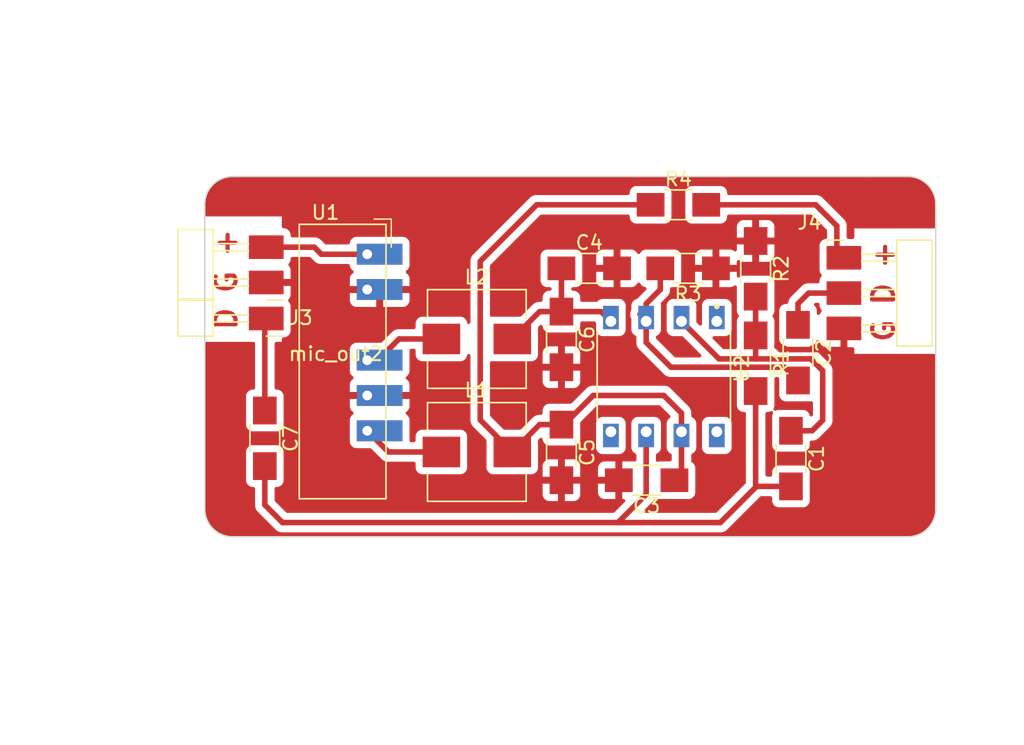
<source format=kicad_pcb>
(kicad_pcb (version 20221018) (generator pcbnew)
  (layers (0 "F.Cu" signal) (31 "B.Cu" signal) (34 "B.Paste" user) (35 "F.Paste" user) (36 "B.SilkS" user "B.Silkscreen") (37 "F.SilkS" user "F.Silkscreen") (38 "B.Mask" user) (39 "F.Mask" user) (44 "Edge.Cuts" user))
  (net 0 "")
  (net 1 "GND")
  (net 2 "-5V")
  (net 3 "+5V")
  (net 4 "USB+")
  (net 5 "OUT")
  (net 6 "IN")
  (net 7 "Net-(U2--)")
  (net 8 "Net-(U2-+)")
  (net 12 "Net-(U1-VOUT+)")
  (net 13 "Net-(U1-VOUT-)")
  (net 14 "Net-(C1-Pad2)")
  (net 15 "Net-(J4-Pin_1)")
  (footprint "fab:R_1206" (layer "F.Cu") (at 157.702 91.186 180)
    (fp_text reference "R3" (at 0 -1.85) (layer "F.SilkS"))
    (fp_text value "10k")
    (fp_line (start -1 -1.07) (end 1 -1.07) (stroke (width 0.12)) (layer "F.SilkS"))
    (fp_line (start 1 1.07) (end -1 1.07) (stroke (width 0.12)) (layer "F.SilkS"))
    (pad "1" smd rect (at -2 0 180) (size 2 1.7) (layers "F.Cu" "F.Paste" "F.Mask") (net 1 "GND"))
    (pad "2" smd rect (at 2 0 180) (size 2 1.7) (layers "F.Cu" "F.Paste" "F.Mask") (net 8 "Net-(U2-+)"))
  )
  (footprint "Inductor_SMD:L_Wuerth_HCI-7030" (layer "F.Cu") (at 142.504 96.266)
    (fp_text reference "L2" (at 0 -4.45) (layer "F.SilkS"))
    (fp_text value "22uH")
    (fp_line (start -3.55 -3.55) (end 3.55 -3.55) (stroke (width 0.12)) (layer "F.SilkS"))
    (fp_line (start -3.55 -1.5) (end -3.55 -3.55) (stroke (width 0.12)) (layer "F.SilkS"))
    (fp_line (start -3.55 1.5) (end -3.55 3.55) (stroke (width 0.12)) (layer "F.SilkS"))
    (fp_line (start -3.55 3.55) (end 3.55 3.55) (stroke (width 0.12)) (layer "F.SilkS"))
    (fp_line (start 3.55 -3.55) (end 3.55 -1.5) (stroke (width 0.12)) (layer "F.SilkS"))
    (fp_line (start 3.55 3.55) (end 3.55 1.5) (stroke (width 0.12)) (layer "F.SilkS"))
    (pad "1" smd rect (at -2.55 0) (size 2.7 2.2) (layers "F.Cu" "F.Paste" "F.Mask") (net 13 "Net-(U1-VOUT-)"))
    (pad "2" smd rect (at 2.55 0) (size 2.7 2.2) (layers "F.Cu" "F.Paste" "F.Mask") (net 2 "-5V"))
  )
  (footprint "fab:C_1206" (layer "F.Cu") (at 165.1 104.87 -90)
    (fp_text reference "C1" (at 0 -1.85 90) (layer "F.SilkS"))
    (fp_text value "lowpass")
    (fp_line (start -1 -1.07) (end 1 -1.07) (stroke (width 0.12)) (layer "F.SilkS"))
    (fp_line (start 1 1.07) (end -1 1.07) (stroke (width 0.12)) (layer "F.SilkS"))
    (pad "1" smd rect (at -2 0 270) (size 2 1.7) (layers "F.Cu" "F.Paste" "F.Mask") (net 7 "Net-(U2--)"))
    (pad "2" smd rect (at 2 0 270) (size 2 1.7) (layers "F.Cu" "F.Paste" "F.Mask") (net 14 "Net-(C1-Pad2)"))
  )
  (footprint "opamp:DIP794W45P254L959H508Q8" (layer "F.Cu") (at 155.956 98.966 -90)
    (fp_text reference "U2" (at -0.565 -5.607 90) (layer "F.SilkS"))
    (fp_text value "NE5534")
    (fp_line (start -3.175 -4.795) (end 3.175 -4.795) (stroke (width 0.127)) (layer "F.SilkS"))
    (fp_line (start -3.175 4.795) (end 3.175 4.795) (stroke (width 0.127)) (layer "F.SilkS"))
    (fp_circle (center -5.035 -3.81) (end -4.935 -3.81) (stroke (width 0.2)) (fill none) (layer "F.SilkS"))
    (pad "1" thru_hole rect (at -3.97 -3.81 270) (size 1.675 1.13) (drill 0.78 (offset -0.2725 0)) (layers "*.Cu" "*.Mask"))
    (pad "2" thru_hole rect (at -3.97 -1.27 270) (size 1.675 1.13) (drill 0.78 (offset -0.2725 0)) (layers "*.Cu" "*.Mask") (net 7 "Net-(U2--)"))
    (pad "3" thru_hole rect (at -3.97 1.27 270) (size 1.675 1.13) (drill 0.78 (offset -0.2725 0)) (layers "*.Cu" "*.Mask") (net 8 "Net-(U2-+)"))
    (pad "4" thru_hole rect (at -3.97 3.81 270) (size 1.675 1.13) (drill 0.78 (offset -0.2725 0)) (layers "*.Cu" "*.Mask") (net 2 "-5V"))
    (pad "5" thru_hole rect (at 3.97 3.81 270) (size 1.675 1.13) (drill 0.78 (offset 0.2725 0)) (layers "*.Cu" "*.Mask"))
    (pad "6" thru_hole rect (at 3.97 1.27 270) (size 1.675 1.13) (drill 0.78 (offset 0.2725 0)) (layers "*.Cu" "*.Mask") (net 14 "Net-(C1-Pad2)"))
    (pad "7" thru_hole rect (at 3.97 -1.27 270) (size 1.675 1.13) (drill oval 0.78 (offset 0.2725 0)) (layers "*.Cu" "*.Mask") (net 3 "+5V"))
    (pad "8" thru_hole rect (at 3.97 -3.81 270) (size 1.675 1.13) (drill 0.78 (offset 0.2725 0)) (layers "*.Cu" "*.Mask"))
  )
  (footprint "fab:C_1206" (layer "F.Cu") (at 148.59 104.426 -90)
    (fp_text reference "C5" (at 0 -1.85 90) (layer "F.SilkS"))
    (fp_text value "2.2uF")
    (fp_line (start -1 -1.07) (end 1 -1.07) (stroke (width 0.12)) (layer "F.SilkS"))
    (fp_line (start 1 1.07) (end -1 1.07) (stroke (width 0.12)) (layer "F.SilkS"))
    (pad "1" smd rect (at -2 0 270) (size 2 1.7) (layers "F.Cu" "F.Paste" "F.Mask") (net 3 "+5V"))
    (pad "2" smd rect (at 2 0 270) (size 2 1.7) (layers "F.Cu" "F.Paste" "F.Mask") (net 1 "GND"))
  )
  (footprint "fab:R_1206" (layer "F.Cu") (at 162.56 98.012 -90)
    (fp_text reference "R1" (at 0 -1.85 90) (layer "F.SilkS"))
    (fp_text value "6.8k")
    (fp_line (start -1 -1.07) (end 1 -1.07) (stroke (width 0.12)) (layer "F.SilkS"))
    (fp_line (start 1 1.07) (end -1 1.07) (stroke (width 0.12)) (layer "F.SilkS"))
    (pad "1" smd rect (at -2 0 270) (size 2 1.7) (layers "F.Cu" "F.Paste" "F.Mask") (net 7 "Net-(U2--)"))
    (pad "2" smd rect (at 2 0 270) (size 2 1.7) (layers "F.Cu" "F.Paste" "F.Mask") (net 14 "Net-(C1-Pad2)"))
  )
  (footprint "fab:C_1206" (layer "F.Cu") (at 150.59 91.186)
    (fp_text reference "C4" (at 0 -1.85) (layer "F.SilkS"))
    (fp_text value "0.1uF")
    (fp_line (start -1 -1.07) (end 1 -1.07) (stroke (width 0.12)) (layer "F.SilkS"))
    (fp_line (start 1 1.07) (end -1 1.07) (stroke (width 0.12)) (layer "F.SilkS"))
    (pad "1" smd rect (at -2 0) (size 2 1.7) (layers "F.Cu" "F.Paste" "F.Mask") (net 2 "-5V"))
    (pad "2" smd rect (at 2 0) (size 2 1.7) (layers "F.Cu" "F.Paste" "F.Mask") (net 1 "GND"))
  )
  (footprint "fab:R_1206" (layer "F.Cu") (at 162.56 91.218 -90)
    (fp_text reference "R2" (at 0 -1.85 90) (layer "F.SilkS"))
    (fp_text value "1k")
    (fp_line (start -1 -1.07) (end 1 -1.07) (stroke (width 0.12)) (layer "F.SilkS"))
    (fp_line (start 1 1.07) (end -1 1.07) (stroke (width 0.12)) (layer "F.SilkS"))
    (pad "1" smd rect (at -2 0 270) (size 2 1.7) (layers "F.Cu" "F.Paste" "F.Mask") (net 1 "GND"))
    (pad "2" smd rect (at 2 0 270) (size 2 1.7) (layers "F.Cu" "F.Paste" "F.Mask") (net 7 "Net-(U2--)"))
  )
  (footprint "fab:PinHeader_1x02_P2.54mm_Horizontal_SMD" (layer "F.Cu") (at 127.3556 92.202 180)
    (fp_text reference "J3" (at -1.524 -2.54) (layer "F.SilkS") (effects (justify left)))
    (fp_text value "5V input")
    (fp_line (start -1.27 -1.27) (end 0 -1.27) (stroke (width 0.12)) (layer "F.SilkS"))
    (fp_line (start 3.81 -1.27) (end 6.35 -1.27) (stroke (width 0.12)) (layer "F.SilkS"))
    (fp_line (start 3.81 -0.254) (end 1.27 -0.254) (stroke (width 0.12)) (layer "F.SilkS"))
    (fp_line (start 3.81 0.254) (end 1.27 0.254) (stroke (width 0.12)) (layer "F.SilkS"))
    (fp_line (start 3.81 2.286) (end 1.27 2.286) (stroke (width 0.12)) (layer "F.SilkS"))
    (fp_line (start 3.81 2.794) (end 1.27 2.794) (stroke (width 0.12)) (layer "F.SilkS"))
    (fp_line (start 3.81 3.81) (end 3.81 -1.27) (stroke (width 0.12)) (layer "F.SilkS"))
    (fp_line (start 6.35 -1.27) (end 6.35 3.81) (stroke (width 0.12)) (layer "F.SilkS"))
    (fp_line (start 6.35 3.81) (end 3.81 3.81) (stroke (width 0.12)) (layer "F.SilkS"))
    (pad "1" smd rect (at 0 0 180) (size 2.5 1.7) (layers "F.Cu" "F.Paste" "F.Mask") (net 1 "GND"))
    (pad "2" smd rect (at 0 2.54 180) (size 2.5 1.7) (layers "F.Cu" "F.Paste" "F.Mask") (net 4 "USB+"))
  )
  (footprint "fab:C_1206" (layer "F.Cu") (at 127.254 103.41 -90)
    (fp_text reference "C7" (at 0 -1.85 90) (layer "F.SilkS"))
    (fp_text value "100uF")
    (fp_line (start -1 -1.07) (end 1 -1.07) (stroke (width 0.12)) (layer "F.SilkS"))
    (fp_line (start 1 1.07) (end -1 1.07) (stroke (width 0.12)) (layer "F.SilkS"))
    (pad "1" smd rect (at -2 0 270) (size 2 1.7) (layers "F.Cu" "F.Paste" "F.Mask") (net 5 "OUT"))
    (pad "2" smd rect (at 2 0 270) (size 2 1.7) (layers "F.Cu" "F.Paste" "F.Mask") (net 14 "Net-(C1-Pad2)"))
  )
  (footprint "fab:C_1206" (layer "F.Cu") (at 165.608 97.25 -90)
    (fp_text reference "C2" (at 0 -1.85 90) (layer "F.SilkS"))
    (fp_text value "100uF")
    (fp_line (start -1 -1.07) (end 1 -1.07) (stroke (width 0.12)) (layer "F.SilkS"))
    (fp_line (start 1 1.07) (end -1 1.07) (stroke (width 0.12)) (layer "F.SilkS"))
    (pad "1" smd rect (at -2 0 270) (size 2 1.7) (layers "F.Cu" "F.Paste" "F.Mask") (net 6 "IN"))
    (pad "2" smd rect (at 2 0 270) (size 2 1.7) (layers "F.Cu" "F.Paste" "F.Mask") (net 8 "Net-(U2-+)"))
  )
  (footprint "fab:PinHeader_1x03_P2.54mm_Horizontal_SMD" (layer "F.Cu") (at 168.91 90.424)
    (fp_text reference "J4" (at -1.524 -2.54) (layer "F.SilkS") (effects (justify right)))
    (fp_text value "Microphone connector")
    (fp_line (start -1.27 -1.27) (end 0 -1.27) (stroke (width 0.12)) (layer "F.SilkS"))
    (fp_line (start 3.81 -1.27) (end 6.35 -1.27) (stroke (width 0.12)) (layer "F.SilkS"))
    (fp_line (start 3.81 -0.254) (end 1.27 -0.254) (stroke (width 0.12)) (layer "F.SilkS"))
    (fp_line (start 3.81 0.254) (end 1.27 0.254) (stroke (width 0.12)) (layer "F.SilkS"))
    (fp_line (start 3.81 2.286) (end 1.27 2.286) (stroke (width 0.12)) (layer "F.SilkS"))
    (fp_line (start 3.81 2.794) (end 1.27 2.794) (stroke (width 0.12)) (layer "F.SilkS"))
    (fp_line (start 3.81 4.826) (end 1.27 4.826) (stroke (width 0.12)) (layer "F.SilkS"))
    (fp_line (start 3.81 5.334) (end 1.27 5.334) (stroke (width 0.12)) (layer "F.SilkS"))
    (fp_line (start 3.81 6.35) (end 3.81 -1.27) (stroke (width 0.12)) (layer "F.SilkS"))
    (fp_line (start 6.35 -1.27) (end 6.35 6.35) (stroke (width 0.12)) (layer "F.SilkS"))
    (fp_line (start 6.35 6.35) (end 3.81 6.35) (stroke (width 0.12)) (layer "F.SilkS"))
    (pad "1" smd rect (at 0 0) (size 2.5 1.7) (layers "F.Cu" "F.Paste" "F.Mask") (net 15 "Net-(J4-Pin_1)"))
    (pad "2" smd rect (at 0 2.54) (size 2.5 1.7) (layers "F.Cu" "F.Paste" "F.Mask") (net 6 "IN"))
    (pad "3" smd rect (at 0 5.08) (size 2.5 1.7) (layers "F.Cu" "F.Paste" "F.Mask") (net 1 "GND"))
  )
  (footprint "Converter_DCDC:Converter_DCDC_Murata_NMAxxxxSC_THT" (layer "F.Cu") (at 134.62 90.17)
    (fp_text reference "U1" (at -3 -3) (layer "F.SilkS"))
    (fp_text value "NMA0505SC")
    (fp_line (start -4.89 -2.15) (end -4.89 17.59) (stroke (width 0.12)) (layer "F.SilkS"))
    (fp_line (start -4.89 17.59) (end 1.33 17.59) (stroke (width 0.12)) (layer "F.SilkS"))
    (fp_line (start 1.35 -2.15) (end -4.89 -2.15) (stroke (width 0.12)) (layer "F.SilkS"))
    (fp_line (start 1.35 17.59) (end 1.35 -2.15) (stroke (width 0.12)) (layer "F.SilkS"))
    (fp_line (start 1.73 -2.53) (end 0.5 -2.53) (stroke (width 0.1)) (layer "F.SilkS"))
    (fp_line (start 1.73 -2.53) (end 1.73 -0.5) (stroke (width 0.1)) (layer "F.SilkS"))
    (pad "1" thru_hole rect (at 0 0) (size 3.29 1.5) (drill 0.7 (offset 0.895 0)) (layers "*.Cu" "*.Mask") (net 4 "USB+"))
    (pad "2" thru_hole rect (at 0 2.54) (size 3.29 1.5) (drill 0.7 (offset 0.895 0)) (layers "*.Cu" "*.Mask") (net 1 "GND"))
    (pad "4" thru_hole rect (at 0 7.62) (size 3.29 1.5) (drill 0.7 (offset 0.895 0)) (layers "*.Cu" "*.Mask") (net 13 "Net-(U1-VOUT-)"))
    (pad "5" thru_hole rect (at 0 10.16) (size 3.29 1.5) (drill 0.7 (offset 0.895 0)) (layers "*.Cu" "*.Mask") (net 1 "GND"))
    (pad "6" thru_hole rect (at 0 12.7) (size 3.29 1.5) (drill 0.7 (offset 0.895 0)) (layers "*.Cu" "*.Mask") (net 12 "Net-(U1-VOUT+)"))
  )
  (footprint "fab:R_1206" (layer "F.Cu") (at 157.004 86.614)
    (fp_text reference "R4" (at 0 -1.85) (layer "F.SilkS"))
    (fp_text value "15k")
    (fp_line (start -1 -1.07) (end 1 -1.07) (stroke (width 0.12)) (layer "F.SilkS"))
    (fp_line (start 1 1.07) (end -1 1.07) (stroke (width 0.12)) (layer "F.SilkS"))
    (pad "1" smd rect (at -2 0) (size 2 1.7) (layers "F.Cu" "F.Paste" "F.Mask") (net 3 "+5V"))
    (pad "2" smd rect (at 2 0) (size 2 1.7) (layers "F.Cu" "F.Paste" "F.Mask") (net 15 "Net-(J4-Pin_1)"))
  )
  (footprint "Inductor_SMD:L_Wuerth_HCI-7030" (layer "F.Cu") (at 142.504 104.394)
    (fp_text reference "L1" (at 0 -4.45) (layer "F.SilkS"))
    (fp_text value "22uH")
    (fp_line (start -3.55 -3.55) (end 3.55 -3.55) (stroke (width 0.12)) (layer "F.SilkS"))
    (fp_line (start -3.55 -1.5) (end -3.55 -3.55) (stroke (width 0.12)) (layer "F.SilkS"))
    (fp_line (start -3.55 1.5) (end -3.55 3.55) (stroke (width 0.12)) (layer "F.SilkS"))
    (fp_line (start -3.55 3.55) (end 3.55 3.55) (stroke (width 0.12)) (layer "F.SilkS"))
    (fp_line (start 3.55 -3.55) (end 3.55 -1.5) (stroke (width 0.12)) (layer "F.SilkS"))
    (fp_line (start 3.55 3.55) (end 3.55 1.5) (stroke (width 0.12)) (layer "F.SilkS"))
    (pad "1" smd rect (at -2.55 0) (size 2.7 2.2) (layers "F.Cu" "F.Paste" "F.Mask") (net 12 "Net-(U1-VOUT+)"))
    (pad "2" smd rect (at 2.55 0) (size 2.7 2.2) (layers "F.Cu" "F.Paste" "F.Mask") (net 3 "+5V"))
  )
  (footprint "fab:C_1206" (layer "F.Cu") (at 148.59 96.298 -90)
    (fp_text reference "C6" (at 0 -1.85 90) (layer "F.SilkS"))
    (fp_text value "2.2uF")
    (fp_line (start -1 -1.07) (end 1 -1.07) (stroke (width 0.12)) (layer "F.SilkS"))
    (fp_line (start 1 1.07) (end -1 1.07) (stroke (width 0.12)) (layer "F.SilkS"))
    (pad "1" smd rect (at -2 0 270) (size 2 1.7) (layers "F.Cu" "F.Paste" "F.Mask") (net 2 "-5V"))
    (pad "2" smd rect (at 2 0 270) (size 2 1.7) (layers "F.Cu" "F.Paste" "F.Mask") (net 1 "GND"))
  )
  (footprint "fab:C_1206" (layer "F.Cu") (at 154.718 106.426 180)
    (fp_text reference "C3" (at 0 -1.85) (layer "F.SilkS"))
    (fp_text value "0.1uF")
    (fp_line (start -1 -1.07) (end 1 -1.07) (stroke (width 0.12)) (layer "F.SilkS"))
    (fp_line (start 1 1.07) (end -1 1.07) (stroke (width 0.12)) (layer "F.SilkS"))
    (pad "1" smd rect (at -2 0 180) (size 2 1.7) (layers "F.Cu" "F.Paste" "F.Mask") (net 3 "+5V"))
    (pad "2" smd rect (at 2 0 180) (size 2 1.7) (layers "F.Cu" "F.Paste" "F.Mask") (net 1 "GND"))
  )
  (footprint "fab:PinHeader_1x01_P2.54mm_Horizontal_SMD" (layer "F.Cu") (at 127.3556 94.7928 180)
    (fp_text reference "mic_out2" (at -1.524 -2.54) (layer "F.SilkS") (effects (justify left)))
    (fp_text value "Sound output")
    (fp_line (start -1.27 -1.27) (end 0 -1.27) (stroke (width 0.12)) (layer "F.SilkS"))
    (fp_line (start 3.81 -1.27) (end 6.35 -1.27) (stroke (width 0.12)) (layer "F.SilkS"))
    (fp_line (start 3.81 -0.254) (end 1.27 -0.254) (stroke (width 0.12)) (layer "F.SilkS"))
    (fp_line (start 3.81 0.254) (end 1.27 0.254) (stroke (width 0.12)) (layer "F.SilkS"))
    (fp_line (start 3.81 1.397) (end 3.81 -1.27) (stroke (width 0.12)) (layer "F.SilkS"))
    (fp_line (start 6.35 -1.27) (end 6.35 1.397) (stroke (width 0.12)) (layer "F.SilkS"))
    (fp_line (start 6.35 1.397) (end 3.81 1.397) (stroke (width 0.12)) (layer "F.SilkS"))
    (pad "1" smd rect (at 0 0 180) (size 2.5 1.7) (layers "F.Cu" "F.Paste" "F.Mask") (net 5 "OUT"))
  )
  (gr_arc (start 122.936 86.582) (mid 123.521786 85.167786) (end 124.936 84.582) (stroke (width 0.1)) (layer "Edge.Cuts"))
  (gr_arc (start 175.514 108.49) (mid 174.928214 109.904214) (end 173.514 110.49) (stroke (width 0.1)) (layer "Edge.Cuts"))
  (gr_line (start 122.936 108.49) (end 122.936 86.582) (stroke (width 0.1)) (layer "Edge.Cuts"))
  (gr_line (start 124.936 84.582) (end 170.72 84.582) (stroke (width 0.1)) (layer "Edge.Cuts"))
  (gr_line (start 170.72 84.582) (end 173.514 84.582) (stroke (width 0.1)) (layer "Edge.Cuts"))
  (gr_line (start 170.72 110.49) (end 124.936 110.49) (stroke (width 0.1)) (layer "Edge.Cuts"))
  (gr_line (start 175.514 86.582) (end 175.514 108.49) (stroke (width 0.1)) (layer "Edge.Cuts"))
  (gr_arc (start 124.936 110.49) (mid 123.521786 109.904214) (end 122.936 108.49) (stroke (width 0.1)) (layer "Edge.Cuts"))
  (gr_line (start 170.72 110.49) (end 173.514 110.49) (stroke (width 0.1)) (layer "Edge.Cuts"))
  (gr_arc (start 173.514 84.582) (mid 174.928214 85.167786) (end 175.514 86.582) (stroke (width 0.1)) (layer "Edge.Cuts"))
  (gr_text "G D +\n\n" (at 175.0568 96.6216 90) (layer "F.Cu") (effects (font (size 1.5 1.5) (thickness 0.3) bold) (justify left bottom)))
  (gr_text "D G +\n\n" (at 127.762 95.758 90) (layer "F.Cu") (effects (font (size 1.5 1.5) (thickness 0.3) bold) (justify left bottom)))
  (segment (start 164.338 97.028) (end 164.084 96.774) (width 0.4) (layer "F.Cu") (net 1))
  (segment (start 168.91 97.028) (end 164.338 97.028) (width 0.4) (layer "F.Cu") (net 1))
  (segment (start 168.91 95.504) (end 168.91 97.028) (width 0.4) (layer "F.Cu") (net 1))
  (segment (start 147.022 94.298) (end 148.59 94.298) (width 0.4) (layer "F.Cu") (net 2))
  (segment (start 148.59 94.298) (end 151.448 94.298) (width 0.4) (layer "F.Cu") (net 2))
  (segment (start 145.054 96.266) (end 147.022 94.298) (width 0.4) (layer "F.Cu") (net 2))
  (segment (start 151.448 94.298) (end 152.146 94.996) (width 0.4) (layer "F.Cu") (net 2))
  (segment (start 148.59 94.298) (end 148.59 91.186) (width 0.4) (layer "F.Cu") (net 2))
  (segment (start 157.226 101.6) (end 157.226 102.936) (width 0.4) (layer "F.Cu") (net 3))
  (segment (start 142.748 90.678) (end 142.748 102.088) (width 0.4) (layer "F.Cu") (net 3))
  (segment (start 148.59 102.426) (end 148.78 102.426) (width 0.4) (layer "F.Cu") (net 3))
  (segment (start 156.718 106.426) (end 157.226 105.918) (width 0.4) (layer "F.Cu") (net 3))
  (segment (start 155.956 100.33) (end 157.226 101.6) (width 0.4) (layer "F.Cu") (net 3))
  (segment (start 148.78 102.426) (end 150.876 100.33) (width 0.4) (layer "F.Cu") (net 3))
  (segment (start 157.226 105.918) (end 157.226 102.936) (width 0.4) (layer "F.Cu") (net 3))
  (segment (start 145.054 104.394) (end 147.022 102.426) (width 0.4) (layer "F.Cu") (net 3))
  (segment (start 146.812 86.614) (end 142.748 90.678) (width 0.4) (layer "F.Cu") (net 3))
  (segment (start 150.876 100.33) (end 155.956 100.33) (width 0.4) (layer "F.Cu") (net 3))
  (segment (start 142.748 102.088) (end 145.054 104.394) (width 0.4) (layer "F.Cu") (net 3))
  (segment (start 155.004 86.614) (end 146.812 86.614) (width 0.4) (layer "F.Cu") (net 3))
  (segment (start 147.022 102.426) (end 148.59 102.426) (width 0.4) (layer "F.Cu") (net 3))
  (segment (start 131.318 90.17) (end 134.62 90.17) (width 0.4) (layer "F.Cu") (net 4))
  (segment (start 130.81 89.662) (end 131.318 90.17) (width 0.4) (layer "F.Cu") (net 4))
  (segment (start 127.3556 89.662) (end 130.81 89.662) (width 0.4) (layer "F.Cu") (net 4))
  (segment (start 127.254 101.41) (end 127.254 94.8944) (width 0.4) (layer "F.Cu") (net 5))
  (segment (start 127.254 94.8944) (end 127.3556 94.7928) (width 0.4) (layer "F.Cu") (net 5))
  (segment (start 166.37 92.964) (end 168.91 92.964) (width 0.4) (layer "F.Cu") (net 6))
  (segment (start 165.608 95.25) (end 165.608 93.726) (width 0.4) (layer "F.Cu") (net 6))
  (segment (start 165.608 93.726) (end 166.37 92.964) (width 0.4) (layer "F.Cu") (net 6))
  (segment (start 168.3512 92.9132) (end 168.402 92.964) (width 0.4) (layer "F.Cu") (net 6))
  (segment (start 162.56 96.012) (end 162.56 93.218) (width 0.4) (layer "F.Cu") (net 7))
  (segment (start 166.624 102.87) (end 165.1 102.87) (width 0.4) (layer "F.Cu") (net 7))
  (segment (start 167.386 98.552) (end 167.386 102.108) (width 0.4) (layer "F.Cu") (net 7))
  (segment (start 167.386 102.108) (end 166.624 102.87) (width 0.4) (layer "F.Cu") (net 7))
  (segment (start 162.56 96.012) (end 162.56 97.698) (width 0.4) (layer "F.Cu") (net 7))
  (segment (start 157.226 94.996) (end 159.928 97.698) (width 0.4) (layer "F.Cu") (net 7))
  (segment (start 159.928 97.698) (end 162.56 97.698) (width 0.4) (layer "F.Cu") (net 7))
  (segment (start 162.56 97.698) (end 166.532 97.698) (width 0.4) (layer "F.Cu") (net 7))
  (segment (start 166.532 97.698) (end 167.386 98.552) (width 0.4) (layer "F.Cu") (net 7))
  (segment (start 154.686 94.996) (end 154.686 96.52) (width 0.4) (layer "F.Cu") (net 8))
  (segment (start 154.75 94.866) (end 154.686 94.93) (width 0.4) (layer "F.Cu") (net 8))
  (segment (start 156.464 98.298) (end 164.656 98.298) (width 0.4) (layer "F.Cu") (net 8))
  (segment (start 155.702 92.71) (end 155.702 91.186) (width 0.4) (layer "F.Cu") (net 8))
  (segment (start 154.686 93.726) (end 155.702 92.71) (width 0.4) (layer "F.Cu") (net 8))
  (segment (start 154.244 94.488) (end 154.686 94.93) (width 0.4) (layer "F.Cu") (net 8))
  (segment (start 164.656 98.298) (end 165.608 99.25) (width 0.4) (layer "F.Cu") (net 8))
  (segment (start 154.686 94.996) (end 154.686 93.726) (width 0.4) (layer "F.Cu") (net 8))
  (segment (start 154.686 96.52) (end 156.464 98.298) (width 0.4) (layer "F.Cu") (net 8))
  (segment (start 134.62 102.87) (end 136.144 104.394) (width 0.4) (layer "F.Cu") (net 12))
  (segment (start 136.144 104.394) (end 139.954 104.394) (width 0.4) (layer "F.Cu") (net 12))
  (segment (start 135.382 97.79) (end 136.906 96.266) (width 0.4) (layer "F.Cu") (net 13))
  (segment (start 134.62 97.79) (end 135.382 97.79) (width 0.4) (layer "F.Cu") (net 13))
  (segment (start 136.906 96.266) (end 139.954 96.266) (width 0.4) (layer "F.Cu") (net 13))
  (segment (start 162.56 106.934) (end 160.02 109.474) (width 0.4) (layer "F.Cu") (net 14))
  (segment (start 154.686 102.936) (end 154.686 107.442) (width 0.4) (layer "F.Cu") (net 14))
  (segment (start 127.254 105.41) (end 127.254 108.204) (width 0.4) (layer "F.Cu") (net 14))
  (segment (start 154.686 107.442) (end 152.654 109.474) (width 0.4) (layer "F.Cu") (net 14))
  (segment (start 162.624 106.87) (end 162.56 106.934) (width 0.4) (layer "F.Cu") (net 14))
  (segment (start 152.654 109.474) (end 160.02 109.474) (width 0.4) (layer "F.Cu") (net 14))
  (segment (start 127.254 108.204) (end 128.524 109.474) (width 0.4) (layer "F.Cu") (net 14))
  (segment (start 162.56 100.012) (end 162.56 106.934) (width 0.4) (layer "F.Cu") (net 14))
  (segment (start 165.1 106.87) (end 162.624 106.87) (width 0.4) (layer "F.Cu") (net 14))
  (segment (start 128.524 109.474) (end 152.654 109.474) (width 0.4) (layer "F.Cu") (net 14))
  (segment (start 168.402 88.138) (end 167.259 86.995) (width 0.4) (layer "F.Cu") (net 15))
  (segment (start 159.004 86.614) (end 166.878 86.614) (width 0.4) (layer "F.Cu") (net 15))
  (segment (start 166.878 86.614) (end 167.259 86.995) (width 0.4) (layer "F.Cu") (net 15))
  (segment (start 168.402 90.424) (end 168.402 88.138) (width 0.4) (layer "F.Cu") (net 15))
  (zone (net 1) (net_name "GND") (layer "F.Cu") (connect_pads (clearance 0.5)) (min_thickness 0.25) (fill yes (thermal_gap 0.5) (thermal_bridge_width 0.5) (island_removal_mode 1) (island_area_min 10))
    (polygon (pts (xy 113.792 71.882) (xy 181.864 74.168) (xy 181.864 125.476) (xy 111.252 123.952) (xy 110.744 123.698) (xy 108.204 110.744)))
  )
)
</source>
